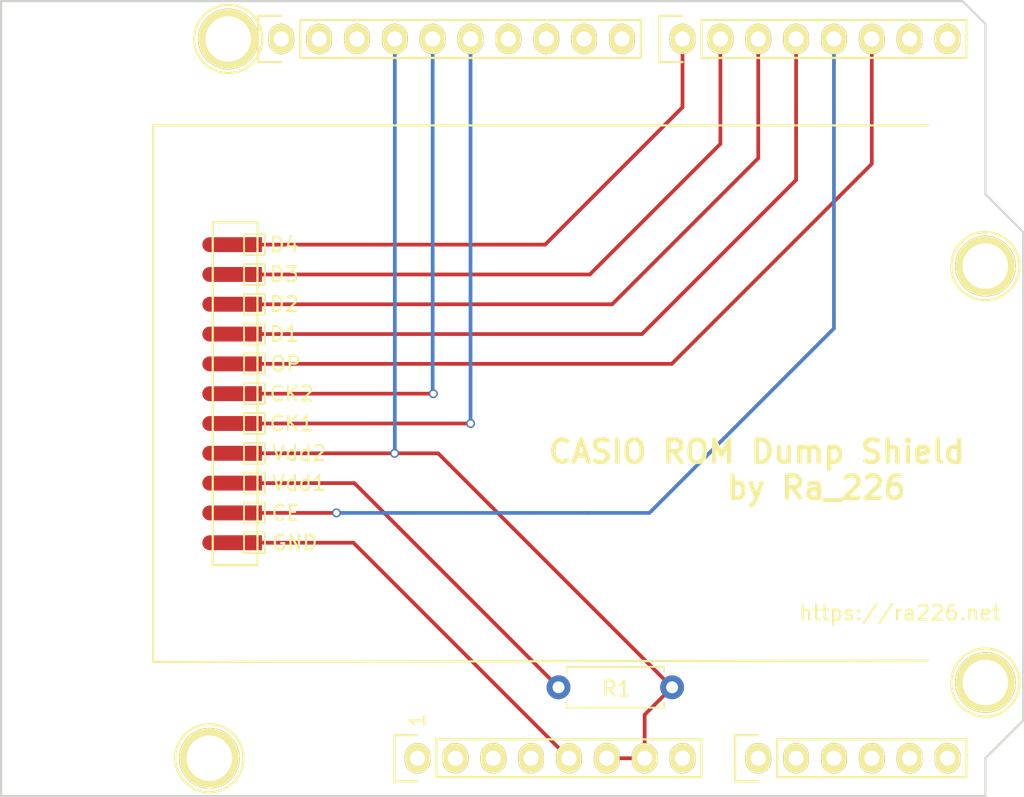
<source format=kicad_pcb>
(kicad_pcb (version 20171130) (host pcbnew "(5.1.12-1-10_14)")

  (general
    (thickness 1.6)
    (drawings 39)
    (tracks 57)
    (zones 0)
    (modules 20)
    (nets 12)
  )

  (page A4)
  (title_block
    (date "lun. 30 mars 2015")
  )

  (layers
    (0 F.Cu signal)
    (31 B.Cu signal)
    (32 B.Adhes user)
    (33 F.Adhes user)
    (34 B.Paste user)
    (35 F.Paste user)
    (36 B.SilkS user)
    (37 F.SilkS user)
    (38 B.Mask user)
    (39 F.Mask user hide)
    (40 Dwgs.User user hide)
    (41 Cmts.User user hide)
    (42 Eco1.User user hide)
    (43 Eco2.User user hide)
    (44 Edge.Cuts user)
    (45 Margin user)
    (46 B.CrtYd user)
    (47 F.CrtYd user)
    (48 B.Fab user hide)
    (49 F.Fab user hide)
  )

  (setup
    (last_trace_width 0.25)
    (trace_clearance 0.2)
    (zone_clearance 0.508)
    (zone_45_only no)
    (trace_min 0.2)
    (via_size 0.6)
    (via_drill 0.4)
    (via_min_size 0.4)
    (via_min_drill 0.3)
    (uvia_size 0.3)
    (uvia_drill 0.1)
    (uvias_allowed no)
    (uvia_min_size 0.2)
    (uvia_min_drill 0.1)
    (edge_width 0.15)
    (segment_width 0.15)
    (pcb_text_width 0.3)
    (pcb_text_size 1.5 1.5)
    (mod_edge_width 0.15)
    (mod_text_size 1 1)
    (mod_text_width 0.15)
    (pad_size 4.064 4.064)
    (pad_drill 3.048)
    (pad_to_mask_clearance 0)
    (aux_axis_origin 110.998 126.365)
    (grid_origin 110.998 126.365)
    (visible_elements FFFFFF7F)
    (pcbplotparams
      (layerselection 0x00030_80000001)
      (usegerberextensions false)
      (usegerberattributes true)
      (usegerberadvancedattributes true)
      (creategerberjobfile true)
      (excludeedgelayer true)
      (linewidth 0.100000)
      (plotframeref false)
      (viasonmask false)
      (mode 1)
      (useauxorigin false)
      (hpglpennumber 1)
      (hpglpenspeed 20)
      (hpglpendiameter 15.000000)
      (psnegative false)
      (psa4output false)
      (plotreference true)
      (plotvalue true)
      (plotinvisibletext false)
      (padsonsilk false)
      (subtractmaskfromsilk false)
      (outputformat 1)
      (mirror false)
      (drillshape 1)
      (scaleselection 1)
      (outputdirectory ""))
  )

  (net 0 "")
  (net 1 +5V)
  (net 2 GND)
  (net 3 /7)
  (net 4 "/6(**)")
  (net 5 "/5(**)")
  (net 6 /4)
  (net 7 "/3(**)")
  (net 8 /2)
  (net 9 "/13(SCK)")
  (net 10 "/12(MISO)")
  (net 11 "Net-(R1-Pad1)")

  (net_class Default "This is the default net class."
    (clearance 0.2)
    (trace_width 0.25)
    (via_dia 0.6)
    (via_drill 0.4)
    (uvia_dia 0.3)
    (uvia_drill 0.1)
    (add_net +5V)
    (add_net "/12(MISO)")
    (add_net "/13(SCK)")
    (add_net /2)
    (add_net "/3(**)")
    (add_net /4)
    (add_net "/5(**)")
    (add_net "/6(**)")
    (add_net /7)
    (add_net GND)
    (add_net "Net-(R1-Pad1)")
  )

  (module TestPoint:TestPoint_Pad_1.0x1.0mm (layer F.Cu) (tedit 5A0F774F) (tstamp 620C9D61)
    (at 127.998 103.365)
    (descr "SMD rectangular pad as test Point, square 1.0mm side length")
    (tags "test point SMD pad rectangle square")
    (path /620C93FC)
    (attr virtual)
    (fp_text reference Vdd2 (at 3 0) (layer F.SilkS)
      (effects (font (size 1 1) (thickness 0.15)))
    )
    (fp_text value TestPoint (at 0 1.55) (layer F.Fab) hide
      (effects (font (size 1 1) (thickness 0.15)))
    )
    (fp_line (start -0.7 -0.7) (end 0.7 -0.7) (layer F.SilkS) (width 0.12))
    (fp_line (start 0.7 -0.7) (end 0.7 0.7) (layer F.SilkS) (width 0.12))
    (fp_line (start 0.7 0.7) (end -0.7 0.7) (layer F.SilkS) (width 0.12))
    (fp_line (start -0.7 0.7) (end -0.7 -0.7) (layer F.SilkS) (width 0.12))
    (fp_line (start -1 -1) (end 1 -1) (layer F.CrtYd) (width 0.05))
    (fp_line (start -1 -1) (end -1 1) (layer F.CrtYd) (width 0.05))
    (fp_line (start 1 1) (end 1 -1) (layer F.CrtYd) (width 0.05))
    (fp_line (start 1 1) (end -1 1) (layer F.CrtYd) (width 0.05))
    (fp_text user %R (at 0 -1.45) (layer F.Fab) hide
      (effects (font (size 1 1) (thickness 0.15)))
    )
    (pad 1 smd rect (at 0 0) (size 1 1) (layers F.Cu F.Mask)
      (net 2 GND))
  )

  (module TestPoint:TestPoint_Pad_1.0x1.0mm (layer F.Cu) (tedit 5A0F774F) (tstamp 620C9D53)
    (at 127.998 105.365)
    (descr "SMD rectangular pad as test Point, square 1.0mm side length")
    (tags "test point SMD pad rectangle square")
    (path /620C9702)
    (attr virtual)
    (fp_text reference Vdd1 (at 3 0) (layer F.SilkS)
      (effects (font (size 1 1) (thickness 0.15)))
    )
    (fp_text value TestPoint (at 0 1.55) (layer F.Fab) hide
      (effects (font (size 1 1) (thickness 0.15)))
    )
    (fp_line (start -0.7 -0.7) (end 0.7 -0.7) (layer F.SilkS) (width 0.12))
    (fp_line (start 0.7 -0.7) (end 0.7 0.7) (layer F.SilkS) (width 0.12))
    (fp_line (start 0.7 0.7) (end -0.7 0.7) (layer F.SilkS) (width 0.12))
    (fp_line (start -0.7 0.7) (end -0.7 -0.7) (layer F.SilkS) (width 0.12))
    (fp_line (start -1 -1) (end 1 -1) (layer F.CrtYd) (width 0.05))
    (fp_line (start -1 -1) (end -1 1) (layer F.CrtYd) (width 0.05))
    (fp_line (start 1 1) (end 1 -1) (layer F.CrtYd) (width 0.05))
    (fp_line (start 1 1) (end -1 1) (layer F.CrtYd) (width 0.05))
    (fp_text user %R (at 0 -1.45) (layer F.Fab) hide
      (effects (font (size 1 1) (thickness 0.15)))
    )
    (pad 1 smd rect (at 0 0) (size 1 1) (layers F.Cu F.Mask)
      (net 11 "Net-(R1-Pad1)"))
  )

  (module TestPoint:TestPoint_Pad_1.0x1.0mm (layer F.Cu) (tedit 5A0F774F) (tstamp 620C9C56)
    (at 127.998 97.365)
    (descr "SMD rectangular pad as test Point, square 1.0mm side length")
    (tags "test point SMD pad rectangle square")
    (path /620C8B3E)
    (attr virtual)
    (fp_text reference OP (at 2.1 0) (layer F.SilkS)
      (effects (font (size 1 1) (thickness 0.15)))
    )
    (fp_text value TestPoint (at 0 1.55) (layer F.Fab) hide
      (effects (font (size 1 1) (thickness 0.15)))
    )
    (fp_line (start -0.7 -0.7) (end 0.7 -0.7) (layer F.SilkS) (width 0.12))
    (fp_line (start 0.7 -0.7) (end 0.7 0.7) (layer F.SilkS) (width 0.12))
    (fp_line (start 0.7 0.7) (end -0.7 0.7) (layer F.SilkS) (width 0.12))
    (fp_line (start -0.7 0.7) (end -0.7 -0.7) (layer F.SilkS) (width 0.12))
    (fp_line (start -1 -1) (end 1 -1) (layer F.CrtYd) (width 0.05))
    (fp_line (start -1 -1) (end -1 1) (layer F.CrtYd) (width 0.05))
    (fp_line (start 1 1) (end 1 -1) (layer F.CrtYd) (width 0.05))
    (fp_line (start 1 1) (end -1 1) (layer F.CrtYd) (width 0.05))
    (fp_text user %R (at 0 -1.45) (layer F.Fab) hide
      (effects (font (size 1 1) (thickness 0.15)))
    )
    (pad 1 smd rect (at 0 0) (size 1 1) (layers F.Cu F.Mask)
      (net 8 /2))
  )

  (module TestPoint:TestPoint_Pad_1.0x1.0mm (layer F.Cu) (tedit 5A0F774F) (tstamp 620C9C48)
    (at 127.998 109.365)
    (descr "SMD rectangular pad as test Point, square 1.0mm side length")
    (tags "test point SMD pad rectangle square")
    (path /620D2864)
    (attr virtual)
    (fp_text reference GND (at 2.7 0) (layer F.SilkS)
      (effects (font (size 1 1) (thickness 0.15)))
    )
    (fp_text value TestPoint (at 0 1.55) (layer F.Fab) hide
      (effects (font (size 1 1) (thickness 0.15)))
    )
    (fp_line (start -0.7 -0.7) (end 0.7 -0.7) (layer F.SilkS) (width 0.12))
    (fp_line (start 0.7 -0.7) (end 0.7 0.7) (layer F.SilkS) (width 0.12))
    (fp_line (start 0.7 0.7) (end -0.7 0.7) (layer F.SilkS) (width 0.12))
    (fp_line (start -0.7 0.7) (end -0.7 -0.7) (layer F.SilkS) (width 0.12))
    (fp_line (start -1 -1) (end 1 -1) (layer F.CrtYd) (width 0.05))
    (fp_line (start -1 -1) (end -1 1) (layer F.CrtYd) (width 0.05))
    (fp_line (start 1 1) (end 1 -1) (layer F.CrtYd) (width 0.05))
    (fp_line (start 1 1) (end -1 1) (layer F.CrtYd) (width 0.05))
    (fp_text user %R (at 0 -1.45) (layer F.Fab) hide
      (effects (font (size 1 1) (thickness 0.15)))
    )
    (pad 1 smd rect (at 0 0) (size 1 1) (layers F.Cu F.Mask)
      (net 1 +5V))
  )

  (module TestPoint:TestPoint_Pad_1.0x1.0mm (layer F.Cu) (tedit 5A0F774F) (tstamp 620C9C3A)
    (at 127.998 89.365)
    (descr "SMD rectangular pad as test Point, square 1.0mm side length")
    (tags "test point SMD pad rectangle square")
    (path /620C3E7F)
    (attr virtual)
    (fp_text reference D4 (at 2 0) (layer F.SilkS)
      (effects (font (size 1 1) (thickness 0.15)))
    )
    (fp_text value TestPoint (at 0 1.55) (layer F.Fab) hide
      (effects (font (size 1 1) (thickness 0.15)))
    )
    (fp_line (start -0.7 -0.7) (end 0.7 -0.7) (layer F.SilkS) (width 0.12))
    (fp_line (start 0.7 -0.7) (end 0.7 0.7) (layer F.SilkS) (width 0.12))
    (fp_line (start 0.7 0.7) (end -0.7 0.7) (layer F.SilkS) (width 0.12))
    (fp_line (start -0.7 0.7) (end -0.7 -0.7) (layer F.SilkS) (width 0.12))
    (fp_line (start -1 -1) (end 1 -1) (layer F.CrtYd) (width 0.05))
    (fp_line (start -1 -1) (end -1 1) (layer F.CrtYd) (width 0.05))
    (fp_line (start 1 1) (end 1 -1) (layer F.CrtYd) (width 0.05))
    (fp_line (start 1 1) (end -1 1) (layer F.CrtYd) (width 0.05))
    (fp_text user %R (at 0 -1.45) (layer F.Fab) hide
      (effects (font (size 1 1) (thickness 0.15)))
    )
    (pad 1 smd rect (at 0 0) (size 1 1) (layers F.Cu F.Mask)
      (net 3 /7))
  )

  (module TestPoint:TestPoint_Pad_1.0x1.0mm (layer F.Cu) (tedit 5A0F774F) (tstamp 620C9C2C)
    (at 127.998 91.365)
    (descr "SMD rectangular pad as test Point, square 1.0mm side length")
    (tags "test point SMD pad rectangle square")
    (path /620C4A0B)
    (attr virtual)
    (fp_text reference D3 (at 2 0) (layer F.SilkS)
      (effects (font (size 1 1) (thickness 0.15)))
    )
    (fp_text value TestPoint (at 0 1.55) (layer F.Fab) hide
      (effects (font (size 1 1) (thickness 0.15)))
    )
    (fp_line (start -0.7 -0.7) (end 0.7 -0.7) (layer F.SilkS) (width 0.12))
    (fp_line (start 0.7 -0.7) (end 0.7 0.7) (layer F.SilkS) (width 0.12))
    (fp_line (start 0.7 0.7) (end -0.7 0.7) (layer F.SilkS) (width 0.12))
    (fp_line (start -0.7 0.7) (end -0.7 -0.7) (layer F.SilkS) (width 0.12))
    (fp_line (start -1 -1) (end 1 -1) (layer F.CrtYd) (width 0.05))
    (fp_line (start -1 -1) (end -1 1) (layer F.CrtYd) (width 0.05))
    (fp_line (start 1 1) (end 1 -1) (layer F.CrtYd) (width 0.05))
    (fp_line (start 1 1) (end -1 1) (layer F.CrtYd) (width 0.05))
    (fp_text user %R (at 0 -1.45) (layer F.Fab) hide
      (effects (font (size 1 1) (thickness 0.15)))
    )
    (pad 1 smd rect (at 0 0) (size 1 1) (layers F.Cu F.Mask)
      (net 4 "/6(**)"))
  )

  (module TestPoint:TestPoint_Pad_1.0x1.0mm (layer F.Cu) (tedit 5A0F774F) (tstamp 620C9C1E)
    (at 127.998 93.365)
    (descr "SMD rectangular pad as test Point, square 1.0mm side length")
    (tags "test point SMD pad rectangle square")
    (path /620C5E53)
    (attr virtual)
    (fp_text reference D2 (at 2 0) (layer F.SilkS)
      (effects (font (size 1 1) (thickness 0.15)))
    )
    (fp_text value TestPoint (at 0 1.55) (layer F.Fab) hide
      (effects (font (size 1 1) (thickness 0.15)))
    )
    (fp_line (start -0.7 -0.7) (end 0.7 -0.7) (layer F.SilkS) (width 0.12))
    (fp_line (start 0.7 -0.7) (end 0.7 0.7) (layer F.SilkS) (width 0.12))
    (fp_line (start 0.7 0.7) (end -0.7 0.7) (layer F.SilkS) (width 0.12))
    (fp_line (start -0.7 0.7) (end -0.7 -0.7) (layer F.SilkS) (width 0.12))
    (fp_line (start -1 -1) (end 1 -1) (layer F.CrtYd) (width 0.05))
    (fp_line (start -1 -1) (end -1 1) (layer F.CrtYd) (width 0.05))
    (fp_line (start 1 1) (end 1 -1) (layer F.CrtYd) (width 0.05))
    (fp_line (start 1 1) (end -1 1) (layer F.CrtYd) (width 0.05))
    (fp_text user %R (at 0 -1.45) (layer F.Fab) hide
      (effects (font (size 1 1) (thickness 0.15)))
    )
    (pad 1 smd rect (at 0 0) (size 1 1) (layers F.Cu F.Mask)
      (net 5 "/5(**)"))
  )

  (module TestPoint:TestPoint_Pad_1.0x1.0mm (layer F.Cu) (tedit 5A0F774F) (tstamp 620C9C10)
    (at 127.998 95.365)
    (descr "SMD rectangular pad as test Point, square 1.0mm side length")
    (tags "test point SMD pad rectangle square")
    (path /620C7E7F)
    (attr virtual)
    (fp_text reference D1 (at 2 0) (layer F.SilkS)
      (effects (font (size 1 1) (thickness 0.15)))
    )
    (fp_text value TestPoint (at 0 1.55) (layer F.Fab) hide
      (effects (font (size 1 1) (thickness 0.15)))
    )
    (fp_line (start -0.7 -0.7) (end 0.7 -0.7) (layer F.SilkS) (width 0.12))
    (fp_line (start 0.7 -0.7) (end 0.7 0.7) (layer F.SilkS) (width 0.12))
    (fp_line (start 0.7 0.7) (end -0.7 0.7) (layer F.SilkS) (width 0.12))
    (fp_line (start -0.7 0.7) (end -0.7 -0.7) (layer F.SilkS) (width 0.12))
    (fp_line (start -1 -1) (end 1 -1) (layer F.CrtYd) (width 0.05))
    (fp_line (start -1 -1) (end -1 1) (layer F.CrtYd) (width 0.05))
    (fp_line (start 1 1) (end 1 -1) (layer F.CrtYd) (width 0.05))
    (fp_line (start 1 1) (end -1 1) (layer F.CrtYd) (width 0.05))
    (fp_text user %R (at 0 -1.45) (layer F.Fab) hide
      (effects (font (size 1 1) (thickness 0.15)))
    )
    (pad 1 smd rect (at 0 0) (size 1 1) (layers F.Cu F.Mask)
      (net 6 /4))
  )

  (module TestPoint:TestPoint_Pad_1.0x1.0mm (layer F.Cu) (tedit 5A0F774F) (tstamp 620C9C02)
    (at 127.998 99.365)
    (descr "SMD rectangular pad as test Point, square 1.0mm side length")
    (tags "test point SMD pad rectangle square")
    (path /620C8E1A)
    (attr virtual)
    (fp_text reference CK2 (at 2.5 0) (layer F.SilkS)
      (effects (font (size 1 1) (thickness 0.15)))
    )
    (fp_text value TestPoint (at 0 1.55) (layer F.Fab) hide
      (effects (font (size 1 1) (thickness 0.15)))
    )
    (fp_line (start -0.7 -0.7) (end 0.7 -0.7) (layer F.SilkS) (width 0.12))
    (fp_line (start 0.7 -0.7) (end 0.7 0.7) (layer F.SilkS) (width 0.12))
    (fp_line (start 0.7 0.7) (end -0.7 0.7) (layer F.SilkS) (width 0.12))
    (fp_line (start -0.7 0.7) (end -0.7 -0.7) (layer F.SilkS) (width 0.12))
    (fp_line (start -1 -1) (end 1 -1) (layer F.CrtYd) (width 0.05))
    (fp_line (start -1 -1) (end -1 1) (layer F.CrtYd) (width 0.05))
    (fp_line (start 1 1) (end 1 -1) (layer F.CrtYd) (width 0.05))
    (fp_line (start 1 1) (end -1 1) (layer F.CrtYd) (width 0.05))
    (fp_text user %R (at 0 -1.45) (layer F.Fab) hide
      (effects (font (size 1 1) (thickness 0.15)))
    )
    (pad 1 smd rect (at 0 0) (size 1 1) (layers F.Cu F.Mask)
      (net 9 "/13(SCK)"))
  )

  (module TestPoint:TestPoint_Pad_1.0x1.0mm (layer F.Cu) (tedit 5A0F774F) (tstamp 620C9BF4)
    (at 127.998 101.365)
    (descr "SMD rectangular pad as test Point, square 1.0mm side length")
    (tags "test point SMD pad rectangle square")
    (path /620C9104)
    (attr virtual)
    (fp_text reference CK1 (at 2.5 0) (layer F.SilkS)
      (effects (font (size 1 1) (thickness 0.15)))
    )
    (fp_text value TestPoint (at 0 1.55) (layer F.Fab) hide
      (effects (font (size 1 1) (thickness 0.15)))
    )
    (fp_line (start -0.7 -0.7) (end 0.7 -0.7) (layer F.SilkS) (width 0.12))
    (fp_line (start 0.7 -0.7) (end 0.7 0.7) (layer F.SilkS) (width 0.12))
    (fp_line (start 0.7 0.7) (end -0.7 0.7) (layer F.SilkS) (width 0.12))
    (fp_line (start -0.7 0.7) (end -0.7 -0.7) (layer F.SilkS) (width 0.12))
    (fp_line (start -1 -1) (end 1 -1) (layer F.CrtYd) (width 0.05))
    (fp_line (start -1 -1) (end -1 1) (layer F.CrtYd) (width 0.05))
    (fp_line (start 1 1) (end 1 -1) (layer F.CrtYd) (width 0.05))
    (fp_line (start 1 1) (end -1 1) (layer F.CrtYd) (width 0.05))
    (fp_text user %R (at 0 -1.45) (layer F.Fab) hide
      (effects (font (size 1 1) (thickness 0.15)))
    )
    (pad 1 smd rect (at 0 0) (size 1 1) (layers F.Cu F.Mask)
      (net 10 "/12(MISO)"))
  )

  (module TestPoint:TestPoint_Pad_1.0x1.0mm (layer F.Cu) (tedit 5A0F774F) (tstamp 620C9BE6)
    (at 127.998 107.365)
    (descr "SMD rectangular pad as test Point, square 1.0mm side length")
    (tags "test point SMD pad rectangle square")
    (path /620C9A16)
    (attr virtual)
    (fp_text reference CE (at 2.1 0) (layer F.SilkS)
      (effects (font (size 1 1) (thickness 0.15)))
    )
    (fp_text value TestPoint (at 0 1.55) (layer F.Fab) hide
      (effects (font (size 1 1) (thickness 0.15)))
    )
    (fp_line (start -0.7 -0.7) (end 0.7 -0.7) (layer F.SilkS) (width 0.12))
    (fp_line (start 0.7 -0.7) (end 0.7 0.7) (layer F.SilkS) (width 0.12))
    (fp_line (start 0.7 0.7) (end -0.7 0.7) (layer F.SilkS) (width 0.12))
    (fp_line (start -0.7 0.7) (end -0.7 -0.7) (layer F.SilkS) (width 0.12))
    (fp_line (start -1 -1) (end 1 -1) (layer F.CrtYd) (width 0.05))
    (fp_line (start -1 -1) (end -1 1) (layer F.CrtYd) (width 0.05))
    (fp_line (start 1 1) (end 1 -1) (layer F.CrtYd) (width 0.05))
    (fp_line (start 1 1) (end -1 1) (layer F.CrtYd) (width 0.05))
    (fp_text user %R (at 0 -1.45) (layer F.Fab) hide
      (effects (font (size 1 1) (thickness 0.15)))
    )
    (pad 1 smd rect (at 0 0) (size 1 1) (layers F.Cu F.Mask)
      (net 7 "/3(**)"))
  )

  (module Resistor_THT:R_Axial_DIN0207_L6.3mm_D2.5mm_P7.62mm_Horizontal (layer F.Cu) (tedit 5AE5139B) (tstamp 620C9D45)
    (at 148.398 119.065)
    (descr "Resistor, Axial_DIN0207 series, Axial, Horizontal, pin pitch=7.62mm, 0.25W = 1/4W, length*diameter=6.3*2.5mm^2, http://cdn-reichelt.de/documents/datenblatt/B400/1_4W%23YAG.pdf")
    (tags "Resistor Axial_DIN0207 series Axial Horizontal pin pitch 7.62mm 0.25W = 1/4W length 6.3mm diameter 2.5mm")
    (path /6214909C)
    (fp_text reference R1 (at 3.9 0.1) (layer F.SilkS)
      (effects (font (size 1 1) (thickness 0.15)))
    )
    (fp_text value 390 (at 3.81 2.37) (layer F.Fab)
      (effects (font (size 1 1) (thickness 0.15)))
    )
    (fp_line (start 8.67 -1.5) (end -1.05 -1.5) (layer F.CrtYd) (width 0.05))
    (fp_line (start 8.67 1.5) (end 8.67 -1.5) (layer F.CrtYd) (width 0.05))
    (fp_line (start -1.05 1.5) (end 8.67 1.5) (layer F.CrtYd) (width 0.05))
    (fp_line (start -1.05 -1.5) (end -1.05 1.5) (layer F.CrtYd) (width 0.05))
    (fp_line (start 7.08 1.37) (end 7.08 1.04) (layer F.SilkS) (width 0.12))
    (fp_line (start 0.54 1.37) (end 7.08 1.37) (layer F.SilkS) (width 0.12))
    (fp_line (start 0.54 1.04) (end 0.54 1.37) (layer F.SilkS) (width 0.12))
    (fp_line (start 7.08 -1.37) (end 7.08 -1.04) (layer F.SilkS) (width 0.12))
    (fp_line (start 0.54 -1.37) (end 7.08 -1.37) (layer F.SilkS) (width 0.12))
    (fp_line (start 0.54 -1.04) (end 0.54 -1.37) (layer F.SilkS) (width 0.12))
    (fp_line (start 7.62 0) (end 6.96 0) (layer F.Fab) (width 0.1))
    (fp_line (start 0 0) (end 0.66 0) (layer F.Fab) (width 0.1))
    (fp_line (start 6.96 -1.25) (end 0.66 -1.25) (layer F.Fab) (width 0.1))
    (fp_line (start 6.96 1.25) (end 6.96 -1.25) (layer F.Fab) (width 0.1))
    (fp_line (start 0.66 1.25) (end 6.96 1.25) (layer F.Fab) (width 0.1))
    (fp_line (start 0.66 -1.25) (end 0.66 1.25) (layer F.Fab) (width 0.1))
    (fp_text user %R (at 3.81 0) (layer F.Fab)
      (effects (font (size 1 1) (thickness 0.15)))
    )
    (pad 2 thru_hole oval (at 7.62 0) (size 1.6 1.6) (drill 0.8) (layers *.Cu *.Mask)
      (net 2 GND))
    (pad 1 thru_hole circle (at 0 0) (size 1.6 1.6) (drill 0.8) (layers *.Cu *.Mask)
      (net 11 "Net-(R1-Pad1)"))
    (model ${KISYS3DMOD}/Resistor_THT.3dshapes/R_Axial_DIN0207_L6.3mm_D2.5mm_P7.62mm_Horizontal.wrl
      (at (xyz 0 0 0))
      (scale (xyz 1 1 1))
      (rotate (xyz 0 0 0))
    )
  )

  (module Socket_Arduino_Uno:Socket_Strip_Arduino_1x08 locked (layer F.Cu) (tedit 552168D2) (tstamp 551AF9EA)
    (at 138.938 123.825)
    (descr "Through hole socket strip")
    (tags "socket strip")
    (path /56D70129)
    (fp_text reference P1 (at 8.89 -2.54) (layer F.SilkS) hide
      (effects (font (size 1 1) (thickness 0.15)))
    )
    (fp_text value Power (at 8.89 -4.064) (layer F.Fab)
      (effects (font (size 1 1) (thickness 0.15)))
    )
    (fp_line (start -1.75 -1.75) (end -1.75 1.75) (layer F.CrtYd) (width 0.05))
    (fp_line (start 19.55 -1.75) (end 19.55 1.75) (layer F.CrtYd) (width 0.05))
    (fp_line (start -1.75 -1.75) (end 19.55 -1.75) (layer F.CrtYd) (width 0.05))
    (fp_line (start -1.75 1.75) (end 19.55 1.75) (layer F.CrtYd) (width 0.05))
    (fp_line (start 1.27 1.27) (end 19.05 1.27) (layer F.SilkS) (width 0.15))
    (fp_line (start 19.05 1.27) (end 19.05 -1.27) (layer F.SilkS) (width 0.15))
    (fp_line (start 19.05 -1.27) (end 1.27 -1.27) (layer F.SilkS) (width 0.15))
    (fp_line (start -1.55 1.55) (end 0 1.55) (layer F.SilkS) (width 0.15))
    (fp_line (start 1.27 1.27) (end 1.27 -1.27) (layer F.SilkS) (width 0.15))
    (fp_line (start 0 -1.55) (end -1.55 -1.55) (layer F.SilkS) (width 0.15))
    (fp_line (start -1.55 -1.55) (end -1.55 1.55) (layer F.SilkS) (width 0.15))
    (pad 1 thru_hole oval (at 0 0) (size 1.7272 2.032) (drill 1.016) (layers *.Cu *.Mask F.SilkS))
    (pad 2 thru_hole oval (at 2.54 0) (size 1.7272 2.032) (drill 1.016) (layers *.Cu *.Mask F.SilkS))
    (pad 3 thru_hole oval (at 5.08 0) (size 1.7272 2.032) (drill 1.016) (layers *.Cu *.Mask F.SilkS))
    (pad 4 thru_hole oval (at 7.62 0) (size 1.7272 2.032) (drill 1.016) (layers *.Cu *.Mask F.SilkS))
    (pad 5 thru_hole oval (at 10.16 0) (size 1.7272 2.032) (drill 1.016) (layers *.Cu *.Mask F.SilkS)
      (net 1 +5V))
    (pad 6 thru_hole oval (at 12.7 0) (size 1.7272 2.032) (drill 1.016) (layers *.Cu *.Mask F.SilkS)
      (net 2 GND))
    (pad 7 thru_hole oval (at 15.24 0) (size 1.7272 2.032) (drill 1.016) (layers *.Cu *.Mask F.SilkS)
      (net 2 GND))
    (pad 8 thru_hole oval (at 17.78 0) (size 1.7272 2.032) (drill 1.016) (layers *.Cu *.Mask F.SilkS))
    (model ${KIPRJMOD}/Socket_Arduino_Uno.3dshapes/Socket_header_Arduino_1x08.wrl
      (offset (xyz 8.889999866485596 0 0))
      (scale (xyz 1 1 1))
      (rotate (xyz 0 0 180))
    )
  )

  (module Socket_Arduino_Uno:Socket_Strip_Arduino_1x06 locked (layer F.Cu) (tedit 552168D6) (tstamp 551AF9FF)
    (at 161.798 123.825)
    (descr "Through hole socket strip")
    (tags "socket strip")
    (path /56D70DD8)
    (fp_text reference P2 (at 6.604 -2.54) (layer F.SilkS) hide
      (effects (font (size 1 1) (thickness 0.15)))
    )
    (fp_text value Analog (at 6.604 -4.064) (layer F.Fab)
      (effects (font (size 1 1) (thickness 0.15)))
    )
    (fp_line (start -1.75 -1.75) (end -1.75 1.75) (layer F.CrtYd) (width 0.05))
    (fp_line (start 14.45 -1.75) (end 14.45 1.75) (layer F.CrtYd) (width 0.05))
    (fp_line (start -1.75 -1.75) (end 14.45 -1.75) (layer F.CrtYd) (width 0.05))
    (fp_line (start -1.75 1.75) (end 14.45 1.75) (layer F.CrtYd) (width 0.05))
    (fp_line (start 1.27 1.27) (end 13.97 1.27) (layer F.SilkS) (width 0.15))
    (fp_line (start 13.97 1.27) (end 13.97 -1.27) (layer F.SilkS) (width 0.15))
    (fp_line (start 13.97 -1.27) (end 1.27 -1.27) (layer F.SilkS) (width 0.15))
    (fp_line (start -1.55 1.55) (end 0 1.55) (layer F.SilkS) (width 0.15))
    (fp_line (start 1.27 1.27) (end 1.27 -1.27) (layer F.SilkS) (width 0.15))
    (fp_line (start 0 -1.55) (end -1.55 -1.55) (layer F.SilkS) (width 0.15))
    (fp_line (start -1.55 -1.55) (end -1.55 1.55) (layer F.SilkS) (width 0.15))
    (pad 1 thru_hole oval (at 0 0) (size 1.7272 2.032) (drill 1.016) (layers *.Cu *.Mask F.SilkS))
    (pad 2 thru_hole oval (at 2.54 0) (size 1.7272 2.032) (drill 1.016) (layers *.Cu *.Mask F.SilkS))
    (pad 3 thru_hole oval (at 5.08 0) (size 1.7272 2.032) (drill 1.016) (layers *.Cu *.Mask F.SilkS))
    (pad 4 thru_hole oval (at 7.62 0) (size 1.7272 2.032) (drill 1.016) (layers *.Cu *.Mask F.SilkS))
    (pad 5 thru_hole oval (at 10.16 0) (size 1.7272 2.032) (drill 1.016) (layers *.Cu *.Mask F.SilkS))
    (pad 6 thru_hole oval (at 12.7 0) (size 1.7272 2.032) (drill 1.016) (layers *.Cu *.Mask F.SilkS))
    (model ${KIPRJMOD}/Socket_Arduino_Uno.3dshapes/Socket_header_Arduino_1x06.wrl
      (offset (xyz 6.349999904632568 0 0))
      (scale (xyz 1 1 1))
      (rotate (xyz 0 0 180))
    )
  )

  (module Socket_Arduino_Uno:Socket_Strip_Arduino_1x10 locked (layer F.Cu) (tedit 552168BF) (tstamp 551AFA18)
    (at 129.794 75.565)
    (descr "Through hole socket strip")
    (tags "socket strip")
    (path /56D721E0)
    (fp_text reference P3 (at 11.43 2.794) (layer F.SilkS) hide
      (effects (font (size 1 1) (thickness 0.15)))
    )
    (fp_text value Digital (at 11.43 4.318) (layer F.Fab)
      (effects (font (size 1 1) (thickness 0.15)))
    )
    (fp_line (start -1.75 -1.75) (end -1.75 1.75) (layer F.CrtYd) (width 0.05))
    (fp_line (start 24.65 -1.75) (end 24.65 1.75) (layer F.CrtYd) (width 0.05))
    (fp_line (start -1.75 -1.75) (end 24.65 -1.75) (layer F.CrtYd) (width 0.05))
    (fp_line (start -1.75 1.75) (end 24.65 1.75) (layer F.CrtYd) (width 0.05))
    (fp_line (start 1.27 1.27) (end 24.13 1.27) (layer F.SilkS) (width 0.15))
    (fp_line (start 24.13 1.27) (end 24.13 -1.27) (layer F.SilkS) (width 0.15))
    (fp_line (start 24.13 -1.27) (end 1.27 -1.27) (layer F.SilkS) (width 0.15))
    (fp_line (start -1.55 1.55) (end 0 1.55) (layer F.SilkS) (width 0.15))
    (fp_line (start 1.27 1.27) (end 1.27 -1.27) (layer F.SilkS) (width 0.15))
    (fp_line (start 0 -1.55) (end -1.55 -1.55) (layer F.SilkS) (width 0.15))
    (fp_line (start -1.55 -1.55) (end -1.55 1.55) (layer F.SilkS) (width 0.15))
    (pad 1 thru_hole oval (at 0 0) (size 1.7272 2.032) (drill 1.016) (layers *.Cu *.Mask F.SilkS))
    (pad 2 thru_hole oval (at 2.54 0) (size 1.7272 2.032) (drill 1.016) (layers *.Cu *.Mask F.SilkS))
    (pad 3 thru_hole oval (at 5.08 0) (size 1.7272 2.032) (drill 1.016) (layers *.Cu *.Mask F.SilkS))
    (pad 4 thru_hole oval (at 7.62 0) (size 1.7272 2.032) (drill 1.016) (layers *.Cu *.Mask F.SilkS)
      (net 2 GND))
    (pad 5 thru_hole oval (at 10.16 0) (size 1.7272 2.032) (drill 1.016) (layers *.Cu *.Mask F.SilkS)
      (net 9 "/13(SCK)"))
    (pad 6 thru_hole oval (at 12.7 0) (size 1.7272 2.032) (drill 1.016) (layers *.Cu *.Mask F.SilkS)
      (net 10 "/12(MISO)"))
    (pad 7 thru_hole oval (at 15.24 0) (size 1.7272 2.032) (drill 1.016) (layers *.Cu *.Mask F.SilkS))
    (pad 8 thru_hole oval (at 17.78 0) (size 1.7272 2.032) (drill 1.016) (layers *.Cu *.Mask F.SilkS))
    (pad 9 thru_hole oval (at 20.32 0) (size 1.7272 2.032) (drill 1.016) (layers *.Cu *.Mask F.SilkS))
    (pad 10 thru_hole oval (at 22.86 0) (size 1.7272 2.032) (drill 1.016) (layers *.Cu *.Mask F.SilkS))
    (model ${KIPRJMOD}/Socket_Arduino_Uno.3dshapes/Socket_header_Arduino_1x10.wrl
      (offset (xyz 11.42999982833862 0 0))
      (scale (xyz 1 1 1))
      (rotate (xyz 0 0 180))
    )
  )

  (module Socket_Arduino_Uno:Socket_Strip_Arduino_1x08 locked (layer F.Cu) (tedit 552168C7) (tstamp 551AFA2F)
    (at 156.718 75.565)
    (descr "Through hole socket strip")
    (tags "socket strip")
    (path /56D7164F)
    (fp_text reference P4 (at 8.89 2.794) (layer F.SilkS) hide
      (effects (font (size 1 1) (thickness 0.15)))
    )
    (fp_text value Digital (at 8.89 4.318) (layer F.Fab)
      (effects (font (size 1 1) (thickness 0.15)))
    )
    (fp_line (start -1.75 -1.75) (end -1.75 1.75) (layer F.CrtYd) (width 0.05))
    (fp_line (start 19.55 -1.75) (end 19.55 1.75) (layer F.CrtYd) (width 0.05))
    (fp_line (start -1.75 -1.75) (end 19.55 -1.75) (layer F.CrtYd) (width 0.05))
    (fp_line (start -1.75 1.75) (end 19.55 1.75) (layer F.CrtYd) (width 0.05))
    (fp_line (start 1.27 1.27) (end 19.05 1.27) (layer F.SilkS) (width 0.15))
    (fp_line (start 19.05 1.27) (end 19.05 -1.27) (layer F.SilkS) (width 0.15))
    (fp_line (start 19.05 -1.27) (end 1.27 -1.27) (layer F.SilkS) (width 0.15))
    (fp_line (start -1.55 1.55) (end 0 1.55) (layer F.SilkS) (width 0.15))
    (fp_line (start 1.27 1.27) (end 1.27 -1.27) (layer F.SilkS) (width 0.15))
    (fp_line (start 0 -1.55) (end -1.55 -1.55) (layer F.SilkS) (width 0.15))
    (fp_line (start -1.55 -1.55) (end -1.55 1.55) (layer F.SilkS) (width 0.15))
    (pad 1 thru_hole oval (at 0 0) (size 1.7272 2.032) (drill 1.016) (layers *.Cu *.Mask F.SilkS)
      (net 3 /7))
    (pad 2 thru_hole oval (at 2.54 0) (size 1.7272 2.032) (drill 1.016) (layers *.Cu *.Mask F.SilkS)
      (net 4 "/6(**)"))
    (pad 3 thru_hole oval (at 5.08 0) (size 1.7272 2.032) (drill 1.016) (layers *.Cu *.Mask F.SilkS)
      (net 5 "/5(**)"))
    (pad 4 thru_hole oval (at 7.62 0) (size 1.7272 2.032) (drill 1.016) (layers *.Cu *.Mask F.SilkS)
      (net 6 /4))
    (pad 5 thru_hole oval (at 10.16 0) (size 1.7272 2.032) (drill 1.016) (layers *.Cu *.Mask F.SilkS)
      (net 7 "/3(**)"))
    (pad 6 thru_hole oval (at 12.7 0) (size 1.7272 2.032) (drill 1.016) (layers *.Cu *.Mask F.SilkS)
      (net 8 /2))
    (pad 7 thru_hole oval (at 15.24 0) (size 1.7272 2.032) (drill 1.016) (layers *.Cu *.Mask F.SilkS))
    (pad 8 thru_hole oval (at 17.78 0) (size 1.7272 2.032) (drill 1.016) (layers *.Cu *.Mask F.SilkS))
    (model ${KIPRJMOD}/Socket_Arduino_Uno.3dshapes/Socket_header_Arduino_1x08.wrl
      (offset (xyz 8.889999866485596 0 0))
      (scale (xyz 1 1 1))
      (rotate (xyz 0 0 180))
    )
  )

  (module Socket_Arduino_Uno:Arduino_1pin locked (layer F.Cu) (tedit 5524FC39) (tstamp 5524FC3F)
    (at 124.968 123.825)
    (descr "module 1 pin (ou trou mecanique de percage)")
    (tags DEV)
    (path /56D71177)
    (fp_text reference P5 (at 0 -3.048) (layer F.SilkS) hide
      (effects (font (size 1 1) (thickness 0.15)))
    )
    (fp_text value CONN_01X01 (at 0 2.794) (layer F.Fab) hide
      (effects (font (size 1 1) (thickness 0.15)))
    )
    (fp_circle (center 0 0) (end 0 -2.286) (layer F.SilkS) (width 0.15))
    (pad 1 thru_hole circle (at 0 0) (size 4.064 4.064) (drill 3.048) (layers *.Cu *.Mask F.SilkS))
  )

  (module Socket_Arduino_Uno:Arduino_1pin locked (layer F.Cu) (tedit 5524FC4A) (tstamp 5524FC44)
    (at 177.038 118.745)
    (descr "module 1 pin (ou trou mecanique de percage)")
    (tags DEV)
    (path /56D71274)
    (fp_text reference P6 (at 0 -3.048) (layer F.SilkS) hide
      (effects (font (size 1 1) (thickness 0.15)))
    )
    (fp_text value CONN_01X01 (at 0 2.794) (layer F.Fab) hide
      (effects (font (size 1 1) (thickness 0.15)))
    )
    (fp_circle (center 0 0) (end 0 -2.286) (layer F.SilkS) (width 0.15))
    (pad 1 thru_hole circle (at 0 0) (size 4.064 4.064) (drill 3.048) (layers *.Cu *.Mask F.SilkS))
  )

  (module Socket_Arduino_Uno:Arduino_1pin locked (layer F.Cu) (tedit 5524FC2F) (tstamp 5524FC49)
    (at 126.238 75.565)
    (descr "module 1 pin (ou trou mecanique de percage)")
    (tags DEV)
    (path /56D712A8)
    (fp_text reference P7 (at 0 -3.048) (layer F.SilkS) hide
      (effects (font (size 1 1) (thickness 0.15)))
    )
    (fp_text value CONN_01X01 (at 0 2.794) (layer F.Fab) hide
      (effects (font (size 1 1) (thickness 0.15)))
    )
    (fp_circle (center 0 0) (end 0 -2.286) (layer F.SilkS) (width 0.15))
    (pad 1 thru_hole circle (at 0 0) (size 4.064 4.064) (drill 3.048) (layers *.Cu *.Mask F.SilkS))
  )

  (module Socket_Arduino_Uno:Arduino_1pin locked (layer F.Cu) (tedit 5524FC41) (tstamp 5524FC4E)
    (at 177.038 90.805)
    (descr "module 1 pin (ou trou mecanique de percage)")
    (tags DEV)
    (path /56D712DB)
    (fp_text reference P8 (at 0 -3.048) (layer F.SilkS) hide
      (effects (font (size 1 1) (thickness 0.15)))
    )
    (fp_text value CONN_01X01 (at 0 2.794) (layer F.Fab) hide
      (effects (font (size 1 1) (thickness 0.15)))
    )
    (fp_circle (center 0 0) (end 0 -2.286) (layer F.SilkS) (width 0.15))
    (pad 1 thru_hole circle (at 0 0) (size 4.064 4.064) (drill 3.048) (layers *.Cu *.Mask F.SilkS))
  )

  (gr_text https://ra226.net (at 171.298 114.065) (layer F.SilkS)
    (effects (font (size 1 1) (thickness 0.15)))
  )
  (gr_text "CASIO ROM Dump Shield\n       by Ra_226" (at 161.698 104.465) (layer F.SilkS)
    (effects (font (size 1.5 1.5) (thickness 0.3)))
  )
  (dimension 4 (width 0.15) (layer Dwgs.User)
    (gr_text "4.000 mm" (at 123.198 133.265) (layer Dwgs.User)
      (effects (font (size 1 1) (thickness 0.15)))
    )
    (feature1 (pts (xy 121.198 110.865) (xy 121.198 132.551421)))
    (feature2 (pts (xy 125.198 110.865) (xy 125.198 132.551421)))
    (crossbar (pts (xy 125.198 131.965) (xy 121.198 131.965)))
    (arrow1a (pts (xy 121.198 131.965) (xy 122.324504 131.378579)))
    (arrow1b (pts (xy 121.198 131.965) (xy 122.324504 132.551421)))
    (arrow2a (pts (xy 125.198 131.965) (xy 124.071496 131.378579)))
    (arrow2b (pts (xy 125.198 131.965) (xy 124.071496 132.551421)))
  )
  (dimension 6.5 (width 0.15) (layer Dwgs.User)
    (gr_text "6.500 mm" (at 99.798 84.615 90) (layer Dwgs.User)
      (effects (font (size 1 1) (thickness 0.15)))
    )
    (feature1 (pts (xy 125.198 81.365) (xy 100.511579 81.365)))
    (feature2 (pts (xy 125.198 87.865) (xy 100.511579 87.865)))
    (crossbar (pts (xy 101.098 87.865) (xy 101.098 81.365)))
    (arrow1a (pts (xy 101.098 81.365) (xy 101.684421 82.491504)))
    (arrow1b (pts (xy 101.098 81.365) (xy 100.511579 82.491504)))
    (arrow2a (pts (xy 101.098 87.865) (xy 101.684421 86.738496)))
    (arrow2b (pts (xy 101.098 87.865) (xy 100.511579 86.738496)))
  )
  (gr_line (start 121.198 117.365) (end 173.198 117.265) (layer F.SilkS) (width 0.15))
  (gr_line (start 121.198 81.365) (end 121.198 117.365) (layer F.SilkS) (width 0.15))
  (gr_line (start 173.198 81.365) (end 121.198 81.365) (layer F.SilkS) (width 0.15))
  (gr_line (start 128.198 87.865) (end 125.198 87.865) (layer F.SilkS) (width 0.15) (tstamp 620D9DBC))
  (gr_line (start 128.198 110.865) (end 128.198 87.865) (layer F.SilkS) (width 0.15))
  (gr_line (start 125.198 110.865) (end 128.198 110.865) (layer F.SilkS) (width 0.15))
  (gr_line (start 125.198 87.865) (end 125.198 110.865) (layer F.SilkS) (width 0.15))
  (gr_poly (pts (xy 128.998 110.365) (xy 123.998 110.365) (xy 123.998 88.365) (xy 128.998 88.365)) (layer F.Mask) (width 0.1))
  (gr_text 1 (at 138.938 121.285 90) (layer F.SilkS)
    (effects (font (size 1 1) (thickness 0.15)))
  )
  (gr_circle (center 117.348 76.962) (end 118.618 76.962) (layer Dwgs.User) (width 0.15))
  (gr_line (start 114.427 78.994) (end 114.427 74.93) (angle 90) (layer Dwgs.User) (width 0.15))
  (gr_line (start 120.269 78.994) (end 114.427 78.994) (angle 90) (layer Dwgs.User) (width 0.15))
  (gr_line (start 120.269 74.93) (end 120.269 78.994) (angle 90) (layer Dwgs.User) (width 0.15))
  (gr_line (start 114.427 74.93) (end 120.269 74.93) (angle 90) (layer Dwgs.User) (width 0.15))
  (gr_line (start 120.523 93.98) (end 104.648 93.98) (angle 90) (layer Dwgs.User) (width 0.15))
  (gr_line (start 177.038 74.549) (end 175.514 73.025) (angle 90) (layer Edge.Cuts) (width 0.15))
  (gr_line (start 177.038 85.979) (end 177.038 74.549) (angle 90) (layer Edge.Cuts) (width 0.15))
  (gr_line (start 179.578 88.519) (end 177.038 85.979) (angle 90) (layer Edge.Cuts) (width 0.15))
  (gr_line (start 179.578 121.285) (end 179.578 88.519) (angle 90) (layer Edge.Cuts) (width 0.15))
  (gr_line (start 177.038 123.825) (end 179.578 121.285) (angle 90) (layer Edge.Cuts) (width 0.15))
  (gr_line (start 177.038 126.365) (end 177.038 123.825) (angle 90) (layer Edge.Cuts) (width 0.15))
  (gr_line (start 110.998 126.365) (end 177.038 126.365) (angle 90) (layer Edge.Cuts) (width 0.15))
  (gr_line (start 110.998 73.025) (end 110.998 126.365) (angle 90) (layer Edge.Cuts) (width 0.15))
  (gr_line (start 175.514 73.025) (end 110.998 73.025) (angle 90) (layer Edge.Cuts) (width 0.15))
  (gr_line (start 173.355 102.235) (end 173.355 94.615) (angle 90) (layer Dwgs.User) (width 0.15))
  (gr_line (start 178.435 102.235) (end 173.355 102.235) (angle 90) (layer Dwgs.User) (width 0.15))
  (gr_line (start 178.435 94.615) (end 178.435 102.235) (angle 90) (layer Dwgs.User) (width 0.15))
  (gr_line (start 173.355 94.615) (end 178.435 94.615) (angle 90) (layer Dwgs.User) (width 0.15))
  (gr_line (start 109.093 123.19) (end 109.093 114.3) (angle 90) (layer Dwgs.User) (width 0.15))
  (gr_line (start 122.428 123.19) (end 109.093 123.19) (angle 90) (layer Dwgs.User) (width 0.15))
  (gr_line (start 122.428 114.3) (end 122.428 123.19) (angle 90) (layer Dwgs.User) (width 0.15))
  (gr_line (start 109.093 114.3) (end 122.428 114.3) (angle 90) (layer Dwgs.User) (width 0.15))
  (gr_line (start 104.648 93.98) (end 104.648 82.55) (angle 90) (layer Dwgs.User) (width 0.15))
  (gr_line (start 120.523 82.55) (end 120.523 93.98) (angle 90) (layer Dwgs.User) (width 0.15))
  (gr_line (start 104.648 82.55) (end 120.523 82.55) (angle 90) (layer Dwgs.User) (width 0.15))

  (segment (start 127.998 109.365) (end 124.998 109.365) (width 1) (layer F.Cu) (net 1))
  (segment (start 149.098 123.825) (end 134.638 109.365) (width 0.25) (layer F.Cu) (net 1))
  (segment (start 134.638 109.365) (end 127.998 109.365) (width 0.25) (layer F.Cu) (net 1))
  (segment (start 153.0644 123.825) (end 151.638 123.825) (width 0.25) (layer F.Cu) (net 2))
  (segment (start 154.178 123.825) (end 153.0644 123.825) (width 0.25) (layer F.Cu) (net 2))
  (via (at 137.398 103.365) (size 0.6) (drill 0.4) (layers F.Cu B.Cu) (net 2))
  (segment (start 137.414 103.281) (end 137.498 103.365) (width 0.25) (layer B.Cu) (net 2))
  (segment (start 137.414 75.565) (end 137.414 103.281) (width 0.25) (layer B.Cu) (net 2))
  (segment (start 127.998 103.365) (end 124.998 103.365) (width 1) (layer F.Cu) (net 2))
  (segment (start 151.618 123.805) (end 151.638 123.825) (width 0.25) (layer F.Cu) (net 2))
  (segment (start 140.318 103.365) (end 156.018 119.065) (width 0.25) (layer F.Cu) (net 2))
  (segment (start 127.998 103.365) (end 140.318 103.365) (width 0.25) (layer F.Cu) (net 2))
  (segment (start 154.178 120.905) (end 156.018 119.065) (width 0.25) (layer F.Cu) (net 2))
  (segment (start 154.178 123.825) (end 154.178 120.905) (width 0.25) (layer F.Cu) (net 2))
  (segment (start 156.718 75.565) (end 156.718 80.145) (width 0.25) (layer F.Cu) (net 3))
  (segment (start 147.498 89.365) (end 127.998 89.365) (width 0.25) (layer F.Cu) (net 3))
  (segment (start 156.718 80.145) (end 147.498 89.365) (width 0.25) (layer F.Cu) (net 3))
  (segment (start 127.998 89.365) (end 124.998 89.365) (width 1) (layer F.Cu) (net 3))
  (segment (start 159.258 75.565) (end 159.258 82.605) (width 0.25) (layer F.Cu) (net 4))
  (segment (start 150.498 91.365) (end 127.998 91.365) (width 0.25) (layer F.Cu) (net 4))
  (segment (start 159.258 82.605) (end 150.498 91.365) (width 0.25) (layer F.Cu) (net 4))
  (segment (start 127.998 91.365) (end 124.998 91.365) (width 1) (layer F.Cu) (net 4))
  (segment (start 161.798 75.565) (end 161.798 83.565) (width 0.25) (layer F.Cu) (net 5))
  (segment (start 151.998 93.365) (end 127.998 93.365) (width 0.25) (layer F.Cu) (net 5))
  (segment (start 161.798 83.565) (end 151.998 93.365) (width 0.25) (layer F.Cu) (net 5))
  (segment (start 127.998 93.365) (end 124.998 93.365) (width 1) (layer F.Cu) (net 5))
  (segment (start 164.338 75.565) (end 164.338 85.025) (width 0.25) (layer F.Cu) (net 6))
  (segment (start 153.998 95.365) (end 127.998 95.365) (width 0.25) (layer F.Cu) (net 6))
  (segment (start 164.338 85.025) (end 153.998 95.365) (width 0.25) (layer F.Cu) (net 6))
  (segment (start 127.998 95.365) (end 124.998 95.365) (width 1) (layer F.Cu) (net 6))
  (segment (start 166.878 75.565) (end 166.878 94.985) (width 0.25) (layer B.Cu) (net 7))
  (segment (start 166.878 94.985) (end 154.498 107.365) (width 0.25) (layer B.Cu) (net 7))
  (segment (start 154.498 107.365) (end 150.332998 107.365) (width 0.25) (layer B.Cu) (net 7))
  (segment (start 127.998 107.365) (end 133.498 107.365) (width 0.25) (layer F.Cu) (net 7))
  (segment (start 133.498 107.365) (end 133.498 107.365) (width 0.25) (layer F.Cu) (net 7) (tstamp 620CC46F))
  (via (at 133.498 107.365) (size 0.6) (drill 0.4) (layers F.Cu B.Cu) (net 7))
  (segment (start 150.332998 107.365) (end 133.498 107.365) (width 0.25) (layer B.Cu) (net 7))
  (segment (start 127.998 107.365) (end 124.998 107.365) (width 1) (layer F.Cu) (net 7))
  (segment (start 169.418 75.565) (end 169.418 83.945) (width 0.25) (layer F.Cu) (net 8))
  (segment (start 155.998 97.365) (end 127.998 97.365) (width 0.25) (layer F.Cu) (net 8))
  (segment (start 169.418 83.945) (end 155.998 97.365) (width 0.25) (layer F.Cu) (net 8))
  (segment (start 127.998 97.365) (end 124.998 97.365) (width 1) (layer F.Cu) (net 8))
  (segment (start 127.998 99.365) (end 139.998 99.365) (width 0.25) (layer F.Cu) (net 9))
  (segment (start 139.998 99.365) (end 139.998 99.365) (width 0.25) (layer F.Cu) (net 9) (tstamp 620CC48D))
  (via (at 139.998 99.365) (size 0.6) (drill 0.4) (layers F.Cu B.Cu) (net 9))
  (segment (start 139.954 99.321) (end 139.998 99.365) (width 0.25) (layer B.Cu) (net 9))
  (segment (start 139.954 75.565) (end 139.954 99.321) (width 0.25) (layer B.Cu) (net 9))
  (segment (start 127.998 99.365) (end 124.998 99.365) (width 1) (layer F.Cu) (net 9))
  (segment (start 127.998 101.365) (end 142.498 101.365) (width 0.25) (layer F.Cu) (net 10))
  (segment (start 142.498 101.365) (end 142.498 101.365) (width 0.25) (layer F.Cu) (net 10) (tstamp 620CC48F))
  (via (at 142.498 101.365) (size 0.6) (drill 0.4) (layers F.Cu B.Cu) (net 10))
  (segment (start 142.494 101.361) (end 142.498 101.365) (width 0.25) (layer B.Cu) (net 10))
  (segment (start 142.494 75.565) (end 142.494 101.361) (width 0.25) (layer B.Cu) (net 10))
  (segment (start 127.998 101.365) (end 124.998 101.365) (width 1) (layer F.Cu) (net 10))
  (segment (start 127.998 105.365) (end 124.998 105.365) (width 1) (layer F.Cu) (net 11))
  (segment (start 134.698 105.365) (end 148.398 119.065) (width 0.25) (layer F.Cu) (net 11))
  (segment (start 127.998 105.365) (end 134.698 105.365) (width 0.25) (layer F.Cu) (net 11))

)

</source>
